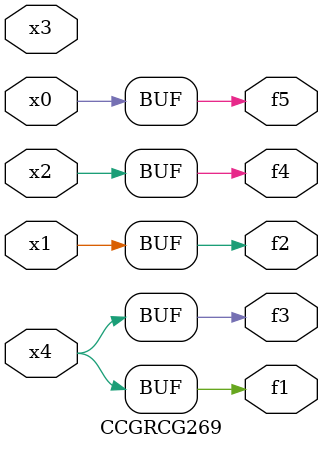
<source format=v>
module CCGRCG269(
	input x0, x1, x2, x3, x4,
	output f1, f2, f3, f4, f5
);
	assign f1 = x4;
	assign f2 = x1;
	assign f3 = x4;
	assign f4 = x2;
	assign f5 = x0;
endmodule

</source>
